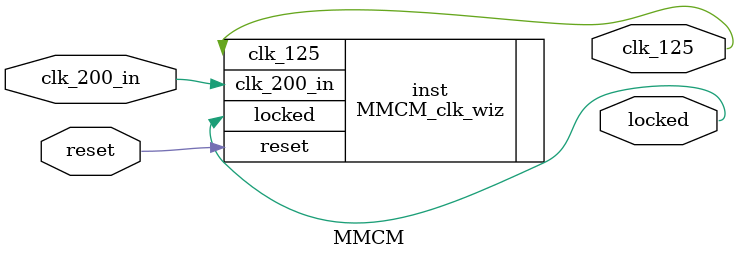
<source format=v>


`timescale 1ps/1ps

(* CORE_GENERATION_INFO = "MMCM,clk_wiz_v6_0_5_0_0,{component_name=MMCM,use_phase_alignment=true,use_min_o_jitter=false,use_max_i_jitter=false,use_dyn_phase_shift=false,use_inclk_switchover=false,use_dyn_reconfig=false,enable_axi=0,feedback_source=FDBK_AUTO,PRIMITIVE=MMCM,num_out_clk=1,clkin1_period=5.000,clkin2_period=10.0,use_power_down=false,use_reset=true,use_locked=true,use_inclk_stopped=false,feedback_type=SINGLE,CLOCK_MGR_TYPE=NA,manual_override=false}" *)

module MMCM 
 (
  // Clock out ports
  output        clk_125,
  // Status and control signals
  input         reset,
  output        locked,
 // Clock in ports
  input         clk_200_in
 );

  MMCM_clk_wiz inst
  (
  // Clock out ports  
  .clk_125(clk_125),
  // Status and control signals               
  .reset(reset), 
  .locked(locked),
 // Clock in ports
  .clk_200_in(clk_200_in)
  );

endmodule

</source>
